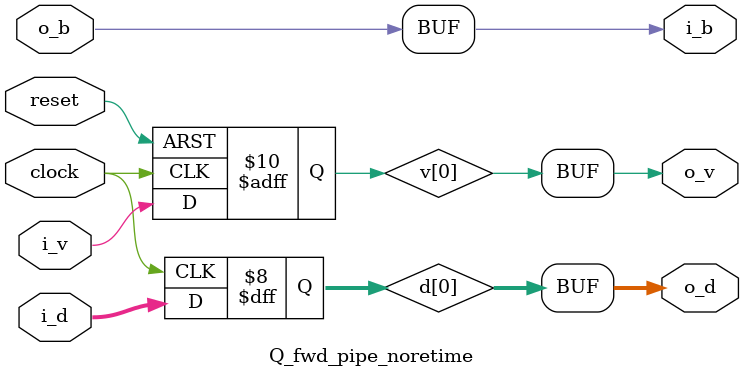
<source format=v>


`ifdef  Q_fwd_pipe_noretime
`else
`define Q_fwd_pipe_noretime


module Q_fwd_pipe_noretime (clock, reset, i_d, i_v, i_b, o_d, o_v, o_b);

   parameter depth =  1;    // - greatest #items in queue  (1 <= depth <= 256)
   parameter width = 16;    // - width of data (i_d, o_d)

   parameter addrwidth = 8;

   /*   
   parameter addrwidth =
		(  (((depth))     ==0) ? 0	// - depth==0   LOG2=0
		 : (((depth-1)>>0)==0) ? 0	// - depth<=1   LOG2=0
		 : (((depth-1)>>1)==0) ? 1	// - depth<=2   LOG2=1
		 : (((depth-1)>>2)==0) ? 2	// - depth<=4   LOG2=2
		 : (((depth-1)>>3)==0) ? 3	// - depth<=8   LOG2=3
		 : (((depth-1)>>4)==0) ? 4	// - depth<=16  LOG2=4
		 : (((depth-1)>>5)==0) ? 5	// - depth<=32  LOG2=5
		 : (((depth-1)>>6)==0) ? 6	// - depth<=64  LOG2=6
		 : (((depth-1)>>7)==0) ? 7	// - depth<=128 LOG2=7
		 :                       8)	// - depth<=256 LOG2=8
		 ;
   */
   
   input     clock;
   input     reset;
   
   input  [width-1:0] i_d;	// - input  stream data (concat data + eos)
   input              i_v;	// - input  stream valid
   output             i_b;	// - input  stream back-pressure

   output [width-1:0] o_d;	// - output stream data (concat data + eos)
   output             o_v;	// - output stream valid
   input              o_b;	// - output stream back-pressure

   reg 	  signed [addrwidth:0] i_, k_;		// - stage indexes
   reg 			       v [depth-1:0]	// - stage valid bit
			         /* synthesis syn_srlstyle="registers" */
			         /* synthesis syn_allow_retiming=0     */ ;
   reg           [width-1:0]   d [depth-1:0]	// - stage data
			         /* synthesis syn_srlstyle="registers" */
			         /* synthesis syn_allow_retiming=0     */ ;

   assign o_d = d[depth-1];			// - output data,  last  stage
   assign o_v = v[depth-1];			// - output valid, last  stage
   assign i_b = o_b;				// - input  bp pass-through

   always @(posedge clock or negedge reset) begin	// - seq always: v
      if (!reset) begin
	 // synthesis loop_limit 256
	 for (i_=depth-1; i_>=0; i_=i_-1) begin
	    v[i_] <= 0;
	 end
      end
      else begin
	 // synthesis loop_limit 256
	 for (i_=depth-1; i_>0; i_=i_-1) begin
	    v[i_] <= v[i_-1];
	 end
	 v[0] <= i_v;
      end
   end // always @ (posedge clock or negedge reset)

   always @(posedge clock) begin			// - seq always: d
      // - no reset for d[] or b[] -- undefined on reset
      // synthesis loop_limit 256
      for (k_=depth-1; k_>0; k_=k_-1) begin
	 d[k_] <= d[k_-1];
      end
      d[0] <= i_d;
   end // always @ (posedge clock)
      
endmodule // Q_fwd_pipe_noretime


`endif  // `ifdef  Q_fwd_pipe_noretime

</source>
